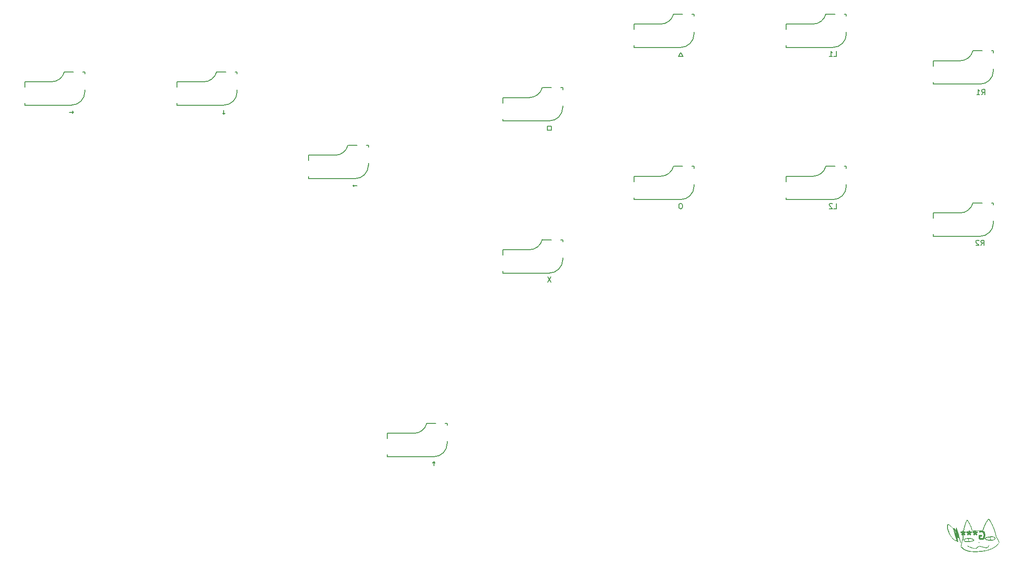
<source format=gbr>
%TF.GenerationSoftware,KiCad,Pcbnew,7.0.2*%
%TF.CreationDate,2023-09-05T17:50:18-07:00*%
%TF.ProjectId,takupcb-r2,74616b75-7063-4622-9d72-322e6b696361,rev?*%
%TF.SameCoordinates,Original*%
%TF.FileFunction,Legend,Bot*%
%TF.FilePolarity,Positive*%
%FSLAX46Y46*%
G04 Gerber Fmt 4.6, Leading zero omitted, Abs format (unit mm)*
G04 Created by KiCad (PCBNEW 7.0.2) date 2023-09-05 17:50:18*
%MOMM*%
%LPD*%
G01*
G04 APERTURE LIST*
%ADD10C,0.150000*%
%ADD11C,0.300000*%
G04 APERTURE END LIST*
D10*
%TO.C,\u2193*%
X76309999Y-68955714D02*
X76309999Y-69717619D01*
X76119523Y-69527142D02*
X76309999Y-69717619D01*
X76309999Y-69717619D02*
X76500475Y-69527142D01*
%TO.C,O*%
X163405237Y-86717619D02*
X163214761Y-86717619D01*
X163214761Y-86717619D02*
X163119523Y-86765238D01*
X163119523Y-86765238D02*
X163024285Y-86860476D01*
X163024285Y-86860476D02*
X162976666Y-87050952D01*
X162976666Y-87050952D02*
X162976666Y-87384285D01*
X162976666Y-87384285D02*
X163024285Y-87574761D01*
X163024285Y-87574761D02*
X163119523Y-87670000D01*
X163119523Y-87670000D02*
X163214761Y-87717619D01*
X163214761Y-87717619D02*
X163405237Y-87717619D01*
X163405237Y-87717619D02*
X163500475Y-87670000D01*
X163500475Y-87670000D02*
X163595713Y-87574761D01*
X163595713Y-87574761D02*
X163643332Y-87384285D01*
X163643332Y-87384285D02*
X163643332Y-87050952D01*
X163643332Y-87050952D02*
X163595713Y-86860476D01*
X163595713Y-86860476D02*
X163500475Y-86765238D01*
X163500475Y-86765238D02*
X163405237Y-86717619D01*
%TO.C,\u25A1*%
X138690951Y-71955714D02*
X137929047Y-71955714D01*
X137929047Y-71955714D02*
X137929047Y-72717619D01*
X137929047Y-72717619D02*
X138690951Y-72717619D01*
X138690951Y-72717619D02*
X138690951Y-71955714D01*
%TO.C,X*%
X138643332Y-100717619D02*
X137976666Y-101717619D01*
X137976666Y-100717619D02*
X138643332Y-101717619D01*
%TO.C,\u2190*%
X46929047Y-69336666D02*
X47690951Y-69336666D01*
X47500475Y-69527142D02*
X47690951Y-69336666D01*
X47690951Y-69336666D02*
X47500475Y-69146190D01*
%TO.C,L2*%
X192476666Y-87717619D02*
X192952856Y-87717619D01*
X192952856Y-87717619D02*
X192952856Y-86717619D01*
X192190951Y-86812857D02*
X192143332Y-86765238D01*
X192143332Y-86765238D02*
X192048094Y-86717619D01*
X192048094Y-86717619D02*
X191809999Y-86717619D01*
X191809999Y-86717619D02*
X191714761Y-86765238D01*
X191714761Y-86765238D02*
X191667142Y-86812857D01*
X191667142Y-86812857D02*
X191619523Y-86908095D01*
X191619523Y-86908095D02*
X191619523Y-87003333D01*
X191619523Y-87003333D02*
X191667142Y-87146190D01*
X191667142Y-87146190D02*
X192238570Y-87717619D01*
X192238570Y-87717619D02*
X191619523Y-87717619D01*
%TO.C,\u2191*%
X116309999Y-136717619D02*
X116309999Y-135955714D01*
X116500475Y-136146190D02*
X116309999Y-135955714D01*
X116309999Y-135955714D02*
X116119523Y-136146190D01*
%TO.C,\u2192*%
X101690951Y-83336666D02*
X100929047Y-83336666D01*
X101119523Y-83527142D02*
X100929047Y-83336666D01*
X100929047Y-83336666D02*
X101119523Y-83146190D01*
%TO.C,R1*%
X220626666Y-66002619D02*
X220959999Y-65526428D01*
X221198094Y-66002619D02*
X221198094Y-65002619D01*
X221198094Y-65002619D02*
X220817142Y-65002619D01*
X220817142Y-65002619D02*
X220721904Y-65050238D01*
X220721904Y-65050238D02*
X220674285Y-65097857D01*
X220674285Y-65097857D02*
X220626666Y-65193095D01*
X220626666Y-65193095D02*
X220626666Y-65335952D01*
X220626666Y-65335952D02*
X220674285Y-65431190D01*
X220674285Y-65431190D02*
X220721904Y-65478809D01*
X220721904Y-65478809D02*
X220817142Y-65526428D01*
X220817142Y-65526428D02*
X221198094Y-65526428D01*
X219674285Y-66002619D02*
X220245713Y-66002619D01*
X219959999Y-66002619D02*
X219959999Y-65002619D01*
X219959999Y-65002619D02*
X220055237Y-65145476D01*
X220055237Y-65145476D02*
X220150475Y-65240714D01*
X220150475Y-65240714D02*
X220245713Y-65288333D01*
%TO.C,L1*%
X192476666Y-58717619D02*
X192952856Y-58717619D01*
X192952856Y-58717619D02*
X192952856Y-57717619D01*
X191619523Y-58717619D02*
X192190951Y-58717619D01*
X191905237Y-58717619D02*
X191905237Y-57717619D01*
X191905237Y-57717619D02*
X192000475Y-57860476D01*
X192000475Y-57860476D02*
X192095713Y-57955714D01*
X192095713Y-57955714D02*
X192190951Y-58003333D01*
%TO.C,\u25B3*%
X163309999Y-57955714D02*
X162881427Y-58717619D01*
X162881427Y-58717619D02*
X163738570Y-58717619D01*
X163738570Y-58717619D02*
X163309999Y-57955714D01*
%TO.C,R2*%
X220476666Y-94717619D02*
X220809999Y-94241428D01*
X221048094Y-94717619D02*
X221048094Y-93717619D01*
X221048094Y-93717619D02*
X220667142Y-93717619D01*
X220667142Y-93717619D02*
X220571904Y-93765238D01*
X220571904Y-93765238D02*
X220524285Y-93812857D01*
X220524285Y-93812857D02*
X220476666Y-93908095D01*
X220476666Y-93908095D02*
X220476666Y-94050952D01*
X220476666Y-94050952D02*
X220524285Y-94146190D01*
X220524285Y-94146190D02*
X220571904Y-94193809D01*
X220571904Y-94193809D02*
X220667142Y-94241428D01*
X220667142Y-94241428D02*
X221048094Y-94241428D01*
X220095713Y-93812857D02*
X220048094Y-93765238D01*
X220048094Y-93765238D02*
X219952856Y-93717619D01*
X219952856Y-93717619D02*
X219714761Y-93717619D01*
X219714761Y-93717619D02*
X219619523Y-93765238D01*
X219619523Y-93765238D02*
X219571904Y-93812857D01*
X219571904Y-93812857D02*
X219524285Y-93908095D01*
X219524285Y-93908095D02*
X219524285Y-94003333D01*
X219524285Y-94003333D02*
X219571904Y-94146190D01*
X219571904Y-94146190D02*
X220143332Y-94717619D01*
X220143332Y-94717619D02*
X219524285Y-94717619D01*
D11*
%TO.C,G\u002A\u002A\u002A*%
X220321427Y-149265357D02*
X220464285Y-149193928D01*
X220464285Y-149193928D02*
X220678570Y-149193928D01*
X220678570Y-149193928D02*
X220892856Y-149265357D01*
X220892856Y-149265357D02*
X221035713Y-149408214D01*
X221035713Y-149408214D02*
X221107142Y-149551071D01*
X221107142Y-149551071D02*
X221178570Y-149836785D01*
X221178570Y-149836785D02*
X221178570Y-150051071D01*
X221178570Y-150051071D02*
X221107142Y-150336785D01*
X221107142Y-150336785D02*
X221035713Y-150479642D01*
X221035713Y-150479642D02*
X220892856Y-150622500D01*
X220892856Y-150622500D02*
X220678570Y-150693928D01*
X220678570Y-150693928D02*
X220535713Y-150693928D01*
X220535713Y-150693928D02*
X220321427Y-150622500D01*
X220321427Y-150622500D02*
X220249999Y-150551071D01*
X220249999Y-150551071D02*
X220249999Y-150051071D01*
X220249999Y-150051071D02*
X220535713Y-150051071D01*
X219392856Y-149193928D02*
X219392856Y-149551071D01*
X219749999Y-149408214D02*
X219392856Y-149551071D01*
X219392856Y-149551071D02*
X219035713Y-149408214D01*
X219607142Y-149836785D02*
X219392856Y-149551071D01*
X219392856Y-149551071D02*
X219178570Y-149836785D01*
X218249999Y-149193928D02*
X218249999Y-149551071D01*
X218607142Y-149408214D02*
X218249999Y-149551071D01*
X218249999Y-149551071D02*
X217892856Y-149408214D01*
X218464285Y-149836785D02*
X218249999Y-149551071D01*
X218249999Y-149551071D02*
X218035713Y-149836785D01*
X217107142Y-149193928D02*
X217107142Y-149551071D01*
X217464285Y-149408214D02*
X217107142Y-149551071D01*
X217107142Y-149551071D02*
X216749999Y-149408214D01*
X217321428Y-149836785D02*
X217107142Y-149551071D01*
X217107142Y-149551071D02*
X216892856Y-149836785D01*
D10*
%TO.C,\u2193*%
X67420000Y-63540000D02*
X67420000Y-64556000D01*
X67420000Y-67604000D02*
X67420000Y-67985000D01*
X67420000Y-67985000D02*
X76310000Y-67985000D01*
X72500000Y-63540000D02*
X67420000Y-63540000D01*
X76691000Y-61635000D02*
X75040000Y-61635000D01*
X78850000Y-61635000D02*
X78469000Y-61635000D01*
X78850000Y-62016000D02*
X78850000Y-61635000D01*
X78850000Y-65445000D02*
X78850000Y-65064000D01*
X72500000Y-63539999D02*
G75*
G03*
X74964161Y-61616040I0J2539999D01*
G01*
X76310000Y-67985000D02*
G75*
G03*
X78850000Y-65445000I0J2540000D01*
G01*
%TO.C,O*%
X163310000Y-85985000D02*
G75*
G03*
X165850000Y-83445000I0J2540000D01*
G01*
X159500000Y-81539999D02*
G75*
G03*
X161964161Y-79616040I0J2539999D01*
G01*
X165850000Y-83445000D02*
X165850000Y-83064000D01*
X165850000Y-80016000D02*
X165850000Y-79635000D01*
X165850000Y-79635000D02*
X165469000Y-79635000D01*
X163691000Y-79635000D02*
X162040000Y-79635000D01*
X159500000Y-81540000D02*
X154420000Y-81540000D01*
X154420000Y-85985000D02*
X163310000Y-85985000D01*
X154420000Y-85604000D02*
X154420000Y-85985000D01*
X154420000Y-81540000D02*
X154420000Y-82556000D01*
%TO.C,\u25A1*%
X129420000Y-66540000D02*
X129420000Y-67556000D01*
X129420000Y-70604000D02*
X129420000Y-70985000D01*
X129420000Y-70985000D02*
X138310000Y-70985000D01*
X134500000Y-66540000D02*
X129420000Y-66540000D01*
X138691000Y-64635000D02*
X137040000Y-64635000D01*
X140850000Y-64635000D02*
X140469000Y-64635000D01*
X140850000Y-65016000D02*
X140850000Y-64635000D01*
X140850000Y-68445000D02*
X140850000Y-68064000D01*
X134500000Y-66539999D02*
G75*
G03*
X136964161Y-64616040I0J2539999D01*
G01*
X138310000Y-70985000D02*
G75*
G03*
X140850000Y-68445000I0J2540000D01*
G01*
%TO.C,X*%
X129420000Y-95540000D02*
X129420000Y-96556000D01*
X129420000Y-99604000D02*
X129420000Y-99985000D01*
X129420000Y-99985000D02*
X138310000Y-99985000D01*
X134500000Y-95540000D02*
X129420000Y-95540000D01*
X138691000Y-93635000D02*
X137040000Y-93635000D01*
X140850000Y-93635000D02*
X140469000Y-93635000D01*
X140850000Y-94016000D02*
X140850000Y-93635000D01*
X140850000Y-97445000D02*
X140850000Y-97064000D01*
X134500000Y-95539999D02*
G75*
G03*
X136964161Y-93616040I0J2539999D01*
G01*
X138310000Y-99985000D02*
G75*
G03*
X140850000Y-97445000I0J2540000D01*
G01*
%TO.C,\u2190*%
X38420000Y-63540000D02*
X38420000Y-64556000D01*
X38420000Y-67604000D02*
X38420000Y-67985000D01*
X38420000Y-67985000D02*
X47310000Y-67985000D01*
X43500000Y-63540000D02*
X38420000Y-63540000D01*
X47691000Y-61635000D02*
X46040000Y-61635000D01*
X49850000Y-61635000D02*
X49469000Y-61635000D01*
X49850000Y-62016000D02*
X49850000Y-61635000D01*
X49850000Y-65445000D02*
X49850000Y-65064000D01*
X43500000Y-63539999D02*
G75*
G03*
X45964161Y-61616040I0J2539999D01*
G01*
X47310000Y-67985000D02*
G75*
G03*
X49850000Y-65445000I0J2540000D01*
G01*
%TO.C,L2*%
X183420000Y-81540000D02*
X183420000Y-82556000D01*
X183420000Y-85604000D02*
X183420000Y-85985000D01*
X183420000Y-85985000D02*
X192310000Y-85985000D01*
X188500000Y-81540000D02*
X183420000Y-81540000D01*
X192691000Y-79635000D02*
X191040000Y-79635000D01*
X194850000Y-79635000D02*
X194469000Y-79635000D01*
X194850000Y-80016000D02*
X194850000Y-79635000D01*
X194850000Y-83445000D02*
X194850000Y-83064000D01*
X188500000Y-81539999D02*
G75*
G03*
X190964161Y-79616040I0J2539999D01*
G01*
X192310000Y-85985000D02*
G75*
G03*
X194850000Y-83445000I0J2540000D01*
G01*
%TO.C,\u2191*%
X107420000Y-130540000D02*
X107420000Y-131556000D01*
X107420000Y-134604000D02*
X107420000Y-134985000D01*
X107420000Y-134985000D02*
X116310000Y-134985000D01*
X112500000Y-130540000D02*
X107420000Y-130540000D01*
X116691000Y-128635000D02*
X115040000Y-128635000D01*
X118850000Y-128635000D02*
X118469000Y-128635000D01*
X118850000Y-129016000D02*
X118850000Y-128635000D01*
X118850000Y-132445000D02*
X118850000Y-132064000D01*
X112500000Y-130539999D02*
G75*
G03*
X114964161Y-128616040I0J2539999D01*
G01*
X116310000Y-134985000D02*
G75*
G03*
X118850000Y-132445000I0J2540000D01*
G01*
%TO.C,\u2192*%
X92420000Y-77540000D02*
X92420000Y-78556000D01*
X92420000Y-81604000D02*
X92420000Y-81985000D01*
X92420000Y-81985000D02*
X101310000Y-81985000D01*
X97500000Y-77540000D02*
X92420000Y-77540000D01*
X101691000Y-75635000D02*
X100040000Y-75635000D01*
X103850000Y-75635000D02*
X103469000Y-75635000D01*
X103850000Y-76016000D02*
X103850000Y-75635000D01*
X103850000Y-79445000D02*
X103850000Y-79064000D01*
X97500000Y-77539999D02*
G75*
G03*
X99964161Y-75616040I0J2539999D01*
G01*
X101310000Y-81985000D02*
G75*
G03*
X103850000Y-79445000I0J2540000D01*
G01*
%TO.C,R1*%
X211420000Y-59540000D02*
X211420000Y-60556000D01*
X211420000Y-63604000D02*
X211420000Y-63985000D01*
X211420000Y-63985000D02*
X220310000Y-63985000D01*
X216500000Y-59540000D02*
X211420000Y-59540000D01*
X220691000Y-57635000D02*
X219040000Y-57635000D01*
X222850000Y-57635000D02*
X222469000Y-57635000D01*
X222850000Y-58016000D02*
X222850000Y-57635000D01*
X222850000Y-61445000D02*
X222850000Y-61064000D01*
X216500000Y-59539999D02*
G75*
G03*
X218964161Y-57616040I0J2539999D01*
G01*
X220310000Y-63985000D02*
G75*
G03*
X222850000Y-61445000I0J2540000D01*
G01*
%TO.C,L1*%
X183420000Y-52540000D02*
X183420000Y-53556000D01*
X183420000Y-56604000D02*
X183420000Y-56985000D01*
X183420000Y-56985000D02*
X192310000Y-56985000D01*
X188500000Y-52540000D02*
X183420000Y-52540000D01*
X192691000Y-50635000D02*
X191040000Y-50635000D01*
X194850000Y-50635000D02*
X194469000Y-50635000D01*
X194850000Y-51016000D02*
X194850000Y-50635000D01*
X194850000Y-54445000D02*
X194850000Y-54064000D01*
X188500000Y-52539999D02*
G75*
G03*
X190964161Y-50616040I0J2539999D01*
G01*
X192310000Y-56985000D02*
G75*
G03*
X194850000Y-54445000I0J2540000D01*
G01*
%TO.C,\u25B3*%
X154420000Y-52540000D02*
X154420000Y-53556000D01*
X154420000Y-56604000D02*
X154420000Y-56985000D01*
X154420000Y-56985000D02*
X163310000Y-56985000D01*
X159500000Y-52540000D02*
X154420000Y-52540000D01*
X163691000Y-50635000D02*
X162040000Y-50635000D01*
X165850000Y-50635000D02*
X165469000Y-50635000D01*
X165850000Y-51016000D02*
X165850000Y-50635000D01*
X165850000Y-54445000D02*
X165850000Y-54064000D01*
X159500000Y-52539999D02*
G75*
G03*
X161964161Y-50616040I0J2539999D01*
G01*
X163310000Y-56985000D02*
G75*
G03*
X165850000Y-54445000I0J2540000D01*
G01*
%TO.C,R2*%
X220310000Y-92985000D02*
G75*
G03*
X222850000Y-90445000I0J2540000D01*
G01*
X216500000Y-88539999D02*
G75*
G03*
X218964161Y-86616040I0J2539999D01*
G01*
X222850000Y-90445000D02*
X222850000Y-90064000D01*
X222850000Y-87016000D02*
X222850000Y-86635000D01*
X222850000Y-86635000D02*
X222469000Y-86635000D01*
X220691000Y-86635000D02*
X219040000Y-86635000D01*
X216500000Y-88540000D02*
X211420000Y-88540000D01*
X211420000Y-92985000D02*
X220310000Y-92985000D01*
X211420000Y-92604000D02*
X211420000Y-92985000D01*
X211420000Y-88540000D02*
X211420000Y-89556000D01*
%TO.C,G\u002A\u002A\u002A*%
G36*
X220155811Y-151278537D02*
G01*
X220167625Y-151281612D01*
X220175983Y-151287158D01*
X220183970Y-151296727D01*
X220188543Y-151308478D01*
X220190593Y-151317176D01*
X220198075Y-151330949D01*
X220206422Y-151349487D01*
X220203760Y-151370832D01*
X220188830Y-151392182D01*
X220184739Y-151396075D01*
X220171179Y-151406553D01*
X220161346Y-151410758D01*
X220148955Y-151408795D01*
X220127540Y-151402533D01*
X220102348Y-151393477D01*
X220077382Y-151383186D01*
X220056646Y-151373218D01*
X220044142Y-151365131D01*
X220040151Y-151360823D01*
X220030729Y-151340257D01*
X220031165Y-151317001D01*
X220041619Y-151295488D01*
X220044463Y-151292188D01*
X220052332Y-151285905D01*
X220063589Y-151282017D01*
X220081341Y-151279725D01*
X220108696Y-151278230D01*
X220109677Y-151278190D01*
X220137506Y-151277531D01*
X220155811Y-151278537D01*
G37*
G36*
X222058203Y-151845718D02*
G01*
X222071720Y-151853993D01*
X222087110Y-151871050D01*
X222093896Y-151890166D01*
X222091321Y-151908465D01*
X222078623Y-151923071D01*
X222074207Y-151925812D01*
X222060729Y-151930258D01*
X222046138Y-151926207D01*
X222044720Y-151925573D01*
X222033887Y-151922302D01*
X222024830Y-151924309D01*
X222015858Y-151933195D01*
X222005277Y-151950564D01*
X221991394Y-151978016D01*
X221985522Y-151990072D01*
X221972343Y-152017160D01*
X221956066Y-152050637D01*
X221938217Y-152087370D01*
X221920317Y-152124224D01*
X221910646Y-152144050D01*
X221894237Y-152176775D01*
X221880598Y-152201845D01*
X221868020Y-152221860D01*
X221854795Y-152239419D01*
X221839216Y-152257123D01*
X221819574Y-152277572D01*
X221805356Y-152291857D01*
X221781899Y-152313666D01*
X221760424Y-152330221D01*
X221736858Y-152344487D01*
X221707130Y-152359427D01*
X221703672Y-152361068D01*
X221667032Y-152377513D01*
X221635077Y-152389342D01*
X221604337Y-152397258D01*
X221571343Y-152401966D01*
X221532624Y-152404170D01*
X221484713Y-152404574D01*
X221456300Y-152404113D01*
X221405032Y-152401424D01*
X221353680Y-152396029D01*
X221300312Y-152387549D01*
X221242990Y-152375606D01*
X221179780Y-152359822D01*
X221108747Y-152339817D01*
X221027954Y-152315214D01*
X221012454Y-152310371D01*
X220971729Y-152297820D01*
X220936180Y-152287266D01*
X220903284Y-152278075D01*
X220870520Y-152269614D01*
X220835368Y-152261249D01*
X220795306Y-152252347D01*
X220747813Y-152242274D01*
X220690367Y-152230398D01*
X220686425Y-152229588D01*
X220620667Y-152215846D01*
X220564958Y-152203655D01*
X220516950Y-152192418D01*
X220474300Y-152181538D01*
X220434661Y-152170419D01*
X220395689Y-152158463D01*
X220355039Y-152145074D01*
X220340645Y-152140348D01*
X220300519Y-152129193D01*
X220260215Y-152121622D01*
X220213491Y-152116369D01*
X220137195Y-152109744D01*
X220059311Y-152165367D01*
X220052444Y-152170241D01*
X220019800Y-152192722D01*
X219986901Y-152214419D01*
X219957235Y-152233068D01*
X219934291Y-152246409D01*
X219933405Y-152246889D01*
X219899216Y-152268648D01*
X219859592Y-152299761D01*
X219813742Y-152340849D01*
X219790797Y-152361855D01*
X219735545Y-152408249D01*
X219679989Y-152449464D01*
X219626613Y-152483725D01*
X219577904Y-152509256D01*
X219551130Y-152519797D01*
X219509069Y-152532681D01*
X219463444Y-152543448D01*
X219419414Y-152550748D01*
X219416788Y-152551046D01*
X219389582Y-152552496D01*
X219353548Y-152552440D01*
X219312033Y-152551065D01*
X219268381Y-152548558D01*
X219225939Y-152545107D01*
X219188051Y-152540899D01*
X219158064Y-152536121D01*
X219138012Y-152531990D01*
X219112535Y-152526293D01*
X219087430Y-152519988D01*
X219061170Y-152512575D01*
X219032228Y-152503555D01*
X218999076Y-152492428D01*
X218960187Y-152478692D01*
X218914036Y-152461848D01*
X218859093Y-152441397D01*
X218793833Y-152416837D01*
X218784077Y-152413153D01*
X218722015Y-152389720D01*
X218653940Y-152364018D01*
X218583432Y-152337397D01*
X218514072Y-152311210D01*
X218449441Y-152286809D01*
X218393119Y-152265546D01*
X218371299Y-152257301D01*
X218308115Y-152233299D01*
X218254831Y-152212793D01*
X218209887Y-152195129D01*
X218171725Y-152179651D01*
X218138786Y-152165705D01*
X218109512Y-152152635D01*
X218082345Y-152139787D01*
X218055725Y-152126505D01*
X218028095Y-152112135D01*
X218021632Y-152108707D01*
X217981274Y-152086243D01*
X217951214Y-152066984D01*
X217930116Y-152049647D01*
X217916641Y-152032950D01*
X217909450Y-152015611D01*
X217907205Y-151996349D01*
X217907271Y-151993726D01*
X217913917Y-151972048D01*
X217928964Y-151952112D01*
X217948898Y-151937514D01*
X217970208Y-151931848D01*
X217989534Y-151934338D01*
X218018443Y-151947994D01*
X218043648Y-151972643D01*
X218054588Y-151984194D01*
X218079116Y-152003436D01*
X218112506Y-152025049D01*
X218152905Y-152047998D01*
X218198461Y-152071249D01*
X218247319Y-152093766D01*
X218297627Y-152114513D01*
X218355140Y-152136460D01*
X218427715Y-152163403D01*
X218503985Y-152191011D01*
X218582534Y-152218811D01*
X218661945Y-152246336D01*
X218740803Y-152273113D01*
X218817690Y-152298675D01*
X218891190Y-152322549D01*
X218959889Y-152344267D01*
X219022368Y-152363358D01*
X219077213Y-152379353D01*
X219123006Y-152391781D01*
X219158332Y-152400172D01*
X219179577Y-152404484D01*
X219215449Y-152410666D01*
X219248602Y-152414390D01*
X219284165Y-152416149D01*
X219327270Y-152416437D01*
X219382579Y-152414511D01*
X219436045Y-152408339D01*
X219485065Y-152397053D01*
X219531592Y-152379767D01*
X219577577Y-152355597D01*
X219624973Y-152323656D01*
X219675731Y-152283060D01*
X219731804Y-152232921D01*
X219750780Y-152215801D01*
X219799840Y-152176558D01*
X219845376Y-152147588D01*
X219851752Y-152144090D01*
X219883991Y-152125491D01*
X219918640Y-152104369D01*
X219949223Y-152084649D01*
X219955824Y-152080218D01*
X219987061Y-152059233D01*
X220019982Y-152037097D01*
X220048466Y-152017924D01*
X220096058Y-151985864D01*
X220146965Y-151986356D01*
X220160920Y-151986576D01*
X220224632Y-151990166D01*
X220285807Y-151998491D01*
X220348833Y-152012295D01*
X220418099Y-152032323D01*
X220443593Y-152040291D01*
X220469515Y-152048077D01*
X220495420Y-152055421D01*
X220522867Y-152062698D01*
X220553415Y-152070283D01*
X220588620Y-152078551D01*
X220630042Y-152087878D01*
X220679239Y-152098637D01*
X220737769Y-152111204D01*
X220807190Y-152125954D01*
X220823014Y-152129416D01*
X220871679Y-152141035D01*
X220924895Y-152154862D01*
X220977230Y-152169455D01*
X221023252Y-152183369D01*
X221041934Y-152189303D01*
X221122363Y-152214115D01*
X221193117Y-152234513D01*
X221255904Y-152250850D01*
X221312432Y-152263478D01*
X221364411Y-152272751D01*
X221413548Y-152279021D01*
X221461552Y-152282642D01*
X221510132Y-152283967D01*
X221518999Y-152284016D01*
X221553251Y-152284004D01*
X221578385Y-152283314D01*
X221597350Y-152281556D01*
X221613100Y-152278343D01*
X221628586Y-152273286D01*
X221646760Y-152265997D01*
X221651322Y-152264065D01*
X221673934Y-152253034D01*
X221694313Y-152239705D01*
X221715886Y-152221566D01*
X221742081Y-152196104D01*
X221762624Y-152174656D01*
X221781652Y-152152340D01*
X221798248Y-152129047D01*
X221814916Y-152101218D01*
X221834159Y-152065297D01*
X221835347Y-152063010D01*
X221870511Y-151998206D01*
X221902614Y-151945110D01*
X221932144Y-151903246D01*
X221959586Y-151872137D01*
X221985426Y-151851306D01*
X222010152Y-151840277D01*
X222034249Y-151838573D01*
X222058203Y-151845718D01*
G37*
G36*
X219165406Y-150923616D02*
G01*
X219148084Y-150962799D01*
X219119461Y-151001065D01*
X219092453Y-151026321D01*
X219055751Y-151050271D01*
X219010828Y-151069977D01*
X218955516Y-151086569D01*
X218936169Y-151091616D01*
X218904434Y-151100236D01*
X218866359Y-151110828D01*
X218861186Y-151112293D01*
X218825131Y-151122503D01*
X218783938Y-151134374D01*
X218754446Y-151142870D01*
X218680983Y-151163091D01*
X218615896Y-151179396D01*
X218556667Y-151192350D01*
X218500782Y-151202520D01*
X218445724Y-151210471D01*
X218439989Y-151211205D01*
X218402047Y-151216303D01*
X218357550Y-151222591D01*
X218311576Y-151229342D01*
X218269202Y-151235824D01*
X218251175Y-151238655D01*
X218216926Y-151244033D01*
X218187116Y-151248714D01*
X218164452Y-151252272D01*
X218151638Y-151254284D01*
X218149871Y-151254504D01*
X218134661Y-151255261D01*
X218108945Y-151255659D01*
X218074521Y-151255730D01*
X218033188Y-151255505D01*
X217986743Y-151255016D01*
X217936987Y-151254296D01*
X217885717Y-151253374D01*
X217834731Y-151252284D01*
X217785828Y-151251056D01*
X217740807Y-151249723D01*
X217701467Y-151248315D01*
X217669604Y-151246866D01*
X217647020Y-151245405D01*
X217627409Y-151243511D01*
X217551036Y-151230947D01*
X217481991Y-151211001D01*
X217421285Y-151184098D01*
X217369930Y-151150666D01*
X217328934Y-151111130D01*
X217315431Y-151094538D01*
X217282883Y-151049442D01*
X217254865Y-151001456D01*
X217228415Y-150945707D01*
X217216919Y-150916156D01*
X217207021Y-150875761D01*
X217337184Y-150875761D01*
X217366268Y-150927469D01*
X217392208Y-150969879D01*
X217415992Y-151003579D01*
X217439098Y-151030051D01*
X217463003Y-151050772D01*
X217489186Y-151067225D01*
X217519122Y-151080888D01*
X217554290Y-151093242D01*
X217563356Y-151096005D01*
X217578466Y-151099873D01*
X217595152Y-151102954D01*
X217615272Y-151105415D01*
X217640679Y-151107424D01*
X217673228Y-151109147D01*
X217714775Y-151110751D01*
X217767175Y-151112403D01*
X217797612Y-151113271D01*
X217850614Y-151114645D01*
X217903499Y-151115862D01*
X217953121Y-151116857D01*
X217996333Y-151117564D01*
X218029989Y-151117916D01*
X218062641Y-151117999D01*
X218089556Y-151117680D01*
X218107051Y-151116746D01*
X218116880Y-151115012D01*
X218120796Y-151112293D01*
X218120552Y-151108407D01*
X218120389Y-151107978D01*
X218112161Y-151081691D01*
X218103535Y-151046138D01*
X218095181Y-151004644D01*
X218087771Y-150960536D01*
X218081975Y-150917142D01*
X218081524Y-150913128D01*
X218078020Y-150879132D01*
X218074324Y-150839130D01*
X218070639Y-150795789D01*
X218067169Y-150751773D01*
X218064116Y-150709748D01*
X218061684Y-150672377D01*
X218060075Y-150642327D01*
X218059494Y-150622261D01*
X218059325Y-150615314D01*
X218056751Y-150607391D01*
X218048335Y-150604257D01*
X218030647Y-150603702D01*
X218161970Y-150603702D01*
X218164845Y-150624355D01*
X218165165Y-150626676D01*
X218167219Y-150641684D01*
X218170664Y-150666969D01*
X218175260Y-150700770D01*
X218180770Y-150741325D01*
X218186952Y-150786872D01*
X218193569Y-150835651D01*
X218195377Y-150848870D01*
X218202369Y-150897983D01*
X218209338Y-150944065D01*
X218215968Y-150985199D01*
X218221941Y-151019470D01*
X218226941Y-151044965D01*
X218230651Y-151059767D01*
X218236318Y-151076148D01*
X218242484Y-151091360D01*
X218246946Y-151097553D01*
X218250750Y-151096643D01*
X218251277Y-151096405D01*
X218260752Y-151094513D01*
X218280477Y-151091430D01*
X218308526Y-151087435D01*
X218342973Y-151082803D01*
X218381893Y-151077811D01*
X218425637Y-151072142D01*
X218475313Y-151064988D01*
X218520283Y-151057412D01*
X218563910Y-151048731D01*
X218609560Y-151038263D01*
X218660598Y-151025327D01*
X218720390Y-151009242D01*
X218721973Y-151008808D01*
X218763975Y-150997349D01*
X218810248Y-150984796D01*
X218855286Y-150972639D01*
X218893579Y-150962369D01*
X218932240Y-150951536D01*
X218972365Y-150938520D01*
X219001604Y-150926409D01*
X219020929Y-150914789D01*
X219031312Y-150903239D01*
X219032825Y-150897977D01*
X219030665Y-150890223D01*
X219022914Y-150879293D01*
X219008275Y-150863423D01*
X218985452Y-150840850D01*
X218965709Y-150822126D01*
X218922771Y-150785139D01*
X218882257Y-150756609D01*
X218841216Y-150734863D01*
X218796697Y-150718226D01*
X218745747Y-150705028D01*
X218721713Y-150699070D01*
X218685480Y-150688571D01*
X218646782Y-150676086D01*
X218610743Y-150663200D01*
X218579850Y-150652182D01*
X218545837Y-150641480D01*
X218515321Y-150633251D01*
X218492422Y-150628696D01*
X218476561Y-150626611D01*
X218446324Y-150622610D01*
X218411618Y-150617995D01*
X218377233Y-150613401D01*
X218358181Y-150611115D01*
X218315579Y-150607273D01*
X218271546Y-150604630D01*
X218233061Y-150603658D01*
X218161970Y-150603702D01*
X218030647Y-150603702D01*
X218007309Y-150604480D01*
X217964333Y-150608230D01*
X217913108Y-150614688D01*
X217856002Y-150623412D01*
X217795384Y-150633960D01*
X217733622Y-150645889D01*
X217673086Y-150658757D01*
X217616144Y-150672122D01*
X217565164Y-150685541D01*
X217522516Y-150698573D01*
X217511636Y-150702286D01*
X217476076Y-150715562D01*
X217451044Y-150727440D01*
X217435026Y-150738937D01*
X217426511Y-150751073D01*
X217423985Y-150764864D01*
X217420907Y-150779695D01*
X217408792Y-150802505D01*
X217389478Y-150826387D01*
X217365103Y-150848312D01*
X217351645Y-150859231D01*
X217340529Y-150869938D01*
X217337184Y-150875761D01*
X217207021Y-150875761D01*
X217206148Y-150872200D01*
X217205971Y-150835186D01*
X217216368Y-150805160D01*
X217237318Y-150782168D01*
X217268802Y-150766255D01*
X217310799Y-150757466D01*
X217350938Y-150753039D01*
X217354158Y-150716908D01*
X217360002Y-150688119D01*
X217375640Y-150657762D01*
X217401476Y-150631036D01*
X217438328Y-150607130D01*
X217487016Y-150585233D01*
X217509228Y-150577657D01*
X217542014Y-150567881D01*
X217582562Y-150556673D01*
X217628502Y-150544627D01*
X217677464Y-150532336D01*
X217727079Y-150520396D01*
X217774977Y-150509401D01*
X217818788Y-150499946D01*
X217856142Y-150492625D01*
X217871503Y-150490232D01*
X217906900Y-150486264D01*
X217951089Y-150482647D01*
X218001687Y-150479463D01*
X218056309Y-150476793D01*
X218112572Y-150474720D01*
X218168092Y-150473326D01*
X218220484Y-150472692D01*
X218267366Y-150472900D01*
X218306352Y-150474033D01*
X218335059Y-150476171D01*
X218360992Y-150479193D01*
X218400416Y-150483750D01*
X218442394Y-150488569D01*
X218481326Y-150493007D01*
X218507102Y-150496133D01*
X218541168Y-150501451D01*
X218570789Y-150508248D01*
X218601046Y-150517770D01*
X218637018Y-150531268D01*
X218663162Y-150540919D01*
X218701871Y-150553615D01*
X218739685Y-150564479D01*
X218771228Y-150571883D01*
X218781441Y-150573916D01*
X218844654Y-150590083D01*
X218900934Y-150611884D01*
X218954491Y-150641229D01*
X219009532Y-150680026D01*
X219018948Y-150687482D01*
X219046981Y-150711416D01*
X219075961Y-150738277D01*
X219103729Y-150765873D01*
X219128127Y-150792009D01*
X219146997Y-150814492D01*
X219158182Y-150831129D01*
X219165031Y-150847403D01*
X219171148Y-150884742D01*
X219169193Y-150897977D01*
X219165406Y-150923616D01*
G37*
G36*
X223279477Y-150591746D02*
G01*
X223276976Y-150621953D01*
X223272626Y-150634203D01*
X223254323Y-150660809D01*
X223226763Y-150681229D01*
X223191791Y-150694332D01*
X223151251Y-150698988D01*
X223124243Y-150699024D01*
X223124243Y-150731051D01*
X223121769Y-150758140D01*
X223111193Y-150787759D01*
X223091268Y-150814172D01*
X223060884Y-150838766D01*
X223027677Y-150857893D01*
X223018935Y-150862928D01*
X223008300Y-150868094D01*
X222986564Y-150877334D01*
X222960787Y-150886560D01*
X222929284Y-150896276D01*
X222890372Y-150906987D01*
X222842368Y-150919196D01*
X222783587Y-150933407D01*
X222768104Y-150937076D01*
X222707679Y-150951109D01*
X222656595Y-150962319D01*
X222612463Y-150971075D01*
X222572896Y-150977751D01*
X222535505Y-150982715D01*
X222497903Y-150986340D01*
X222457700Y-150988997D01*
X222412509Y-150991056D01*
X222392852Y-150991808D01*
X222327385Y-150994088D01*
X222271974Y-150995541D01*
X222224547Y-150996133D01*
X222183033Y-150995831D01*
X222145363Y-150994602D01*
X222109464Y-150992413D01*
X222073266Y-150989231D01*
X222034698Y-150985023D01*
X222030474Y-150984528D01*
X221977513Y-150978178D01*
X221934831Y-150972620D01*
X221900218Y-150967396D01*
X221871465Y-150962045D01*
X221846364Y-150956109D01*
X221822706Y-150949130D01*
X221798282Y-150940647D01*
X221770883Y-150930202D01*
X221746938Y-150921413D01*
X221706590Y-150908349D01*
X221665990Y-150896908D01*
X221631078Y-150888846D01*
X221563469Y-150871224D01*
X221487512Y-150839680D01*
X221417353Y-150797306D01*
X221397892Y-150782600D01*
X221368211Y-150757965D01*
X221336919Y-150730004D01*
X221306344Y-150700944D01*
X221278812Y-150673016D01*
X221256648Y-150648447D01*
X221242179Y-150629466D01*
X221241075Y-150627698D01*
X221227049Y-150593381D01*
X221224039Y-150556756D01*
X221363973Y-150556756D01*
X221366490Y-150561467D01*
X221377030Y-150573545D01*
X221393941Y-150590483D01*
X221415215Y-150610451D01*
X221438844Y-150631621D01*
X221462820Y-150652165D01*
X221485134Y-150670253D01*
X221503777Y-150684056D01*
X221504743Y-150684717D01*
X221532790Y-150702634D01*
X221560192Y-150717066D01*
X221590250Y-150729371D01*
X221626265Y-150740907D01*
X221671539Y-150753029D01*
X221704833Y-150762044D01*
X221746843Y-150774691D01*
X221787325Y-150788048D01*
X221820838Y-150800389D01*
X221835266Y-150806052D01*
X221858162Y-150814360D01*
X221879933Y-150820952D01*
X221903332Y-150826436D01*
X221931113Y-150831420D01*
X221966028Y-150836511D01*
X222010831Y-150842318D01*
X222046778Y-150846502D01*
X222092731Y-150851045D01*
X222137171Y-150854654D01*
X222176410Y-150857034D01*
X222206759Y-150857893D01*
X222278741Y-150857893D01*
X222275741Y-150840417D01*
X222275260Y-150837330D01*
X222273080Y-150821909D01*
X222269595Y-150796307D01*
X222265030Y-150762216D01*
X222259610Y-150721330D01*
X222253564Y-150675342D01*
X222247115Y-150625944D01*
X222244799Y-150608329D01*
X222234830Y-150536992D01*
X222225280Y-150475970D01*
X222216239Y-150425736D01*
X222207799Y-150386764D01*
X222200049Y-150359526D01*
X222193082Y-150344495D01*
X222187257Y-150344416D01*
X222172133Y-150346046D01*
X222151183Y-150349071D01*
X222150354Y-150349202D01*
X222127671Y-150352488D01*
X222096546Y-150356637D01*
X222060972Y-150361129D01*
X222024942Y-150365447D01*
X221989298Y-150369983D01*
X221947815Y-150376009D01*
X221908637Y-150382386D01*
X221876935Y-150388315D01*
X221872846Y-150389183D01*
X221849059Y-150394679D01*
X221816945Y-150402589D01*
X221778223Y-150412449D01*
X221734612Y-150423792D01*
X221687833Y-150436153D01*
X221639604Y-150449068D01*
X221591646Y-150462069D01*
X221545677Y-150474692D01*
X221503418Y-150486472D01*
X221466589Y-150496942D01*
X221436908Y-150505637D01*
X221416095Y-150512091D01*
X221405870Y-150515840D01*
X221397877Y-150520471D01*
X221381400Y-150533045D01*
X221368919Y-150546292D01*
X221363973Y-150556756D01*
X221224039Y-150556756D01*
X221223991Y-150556173D01*
X221231127Y-150517854D01*
X221247688Y-150480207D01*
X221272903Y-150445013D01*
X221305999Y-150414053D01*
X221346207Y-150389110D01*
X221352218Y-150386340D01*
X221376481Y-150376785D01*
X221408426Y-150365754D01*
X221444597Y-150354403D01*
X221481536Y-150343887D01*
X221485132Y-150342920D01*
X221528533Y-150331090D01*
X221552045Y-150324565D01*
X222319231Y-150324565D01*
X222334146Y-150376060D01*
X222338727Y-150393551D01*
X222346153Y-150427566D01*
X222353080Y-150465299D01*
X222358456Y-150501330D01*
X222358655Y-150502910D01*
X222361427Y-150527493D01*
X222364733Y-150560499D01*
X222368377Y-150599587D01*
X222372166Y-150642413D01*
X222375906Y-150686637D01*
X222379403Y-150729918D01*
X222382463Y-150769913D01*
X222384892Y-150804282D01*
X222386495Y-150830682D01*
X222387079Y-150846772D01*
X222388161Y-150851864D01*
X222393873Y-150855579D01*
X222406924Y-150857154D01*
X222429985Y-150857239D01*
X222434277Y-150857153D01*
X222473678Y-150854879D01*
X222519547Y-150850051D01*
X222570422Y-150843006D01*
X222624835Y-150834085D01*
X222681322Y-150823623D01*
X222738419Y-150811961D01*
X222794661Y-150799437D01*
X222848582Y-150786388D01*
X222898717Y-150773153D01*
X222943602Y-150760071D01*
X222981772Y-150747480D01*
X223011762Y-150735718D01*
X223032106Y-150725123D01*
X223041340Y-150716035D01*
X223042256Y-150713580D01*
X223047765Y-150696730D01*
X223053505Y-150676782D01*
X223063182Y-150653687D01*
X223084780Y-150625511D01*
X223117995Y-150596234D01*
X223140130Y-150579234D01*
X223115234Y-150531273D01*
X223098307Y-150501276D01*
X223077742Y-150468539D01*
X223058041Y-150440242D01*
X223042776Y-150420831D01*
X223025082Y-150402496D01*
X223005287Y-150388092D01*
X222978632Y-150373624D01*
X222964161Y-150366519D01*
X222943973Y-150357347D01*
X222924311Y-150349787D01*
X222903705Y-150343638D01*
X222880684Y-150338698D01*
X222853778Y-150334768D01*
X222821517Y-150331645D01*
X222782430Y-150329130D01*
X222735046Y-150327022D01*
X222677895Y-150325119D01*
X222609507Y-150323222D01*
X222607827Y-150323178D01*
X222552968Y-150321858D01*
X222501227Y-150320839D01*
X222454203Y-150320133D01*
X222413492Y-150319757D01*
X222380693Y-150319726D01*
X222357402Y-150320054D01*
X222345217Y-150320756D01*
X222319231Y-150324565D01*
X221552045Y-150324565D01*
X221576292Y-150317836D01*
X221622861Y-150304709D01*
X221662687Y-150293261D01*
X221749248Y-150269444D01*
X221835844Y-150249122D01*
X221922614Y-150232727D01*
X222015336Y-150219045D01*
X222038507Y-150215964D01*
X222085346Y-150209454D01*
X222132891Y-150202535D01*
X222176700Y-150195861D01*
X222212334Y-150190085D01*
X222231131Y-150187122D01*
X222272701Y-150182069D01*
X222319148Y-150178413D01*
X222371767Y-150176126D01*
X222431854Y-150175179D01*
X222500704Y-150175545D01*
X222579613Y-150177194D01*
X222669877Y-150180100D01*
X222732981Y-150182847D01*
X222797657Y-150187031D01*
X222853087Y-150192553D01*
X222901142Y-150199761D01*
X222943691Y-150209005D01*
X222982602Y-150220635D01*
X223019747Y-150234999D01*
X223056992Y-150252447D01*
X223089869Y-150273503D01*
X223123514Y-150303202D01*
X223156554Y-150339537D01*
X223187871Y-150380631D01*
X223216347Y-150424605D01*
X223240863Y-150469581D01*
X223260303Y-150513682D01*
X223273546Y-150555030D01*
X223277456Y-150579234D01*
X223279477Y-150591746D01*
G37*
G36*
X216087040Y-149177057D02*
G01*
X216088417Y-149181286D01*
X216117591Y-149270911D01*
X216143178Y-149349646D01*
X216165539Y-149418628D01*
X216185031Y-149478993D01*
X216202013Y-149531878D01*
X216216844Y-149578419D01*
X216229883Y-149619754D01*
X216241487Y-149657018D01*
X216252016Y-149691349D01*
X216261828Y-149723882D01*
X216271282Y-149755755D01*
X216280736Y-149788104D01*
X216290549Y-149822066D01*
X216305006Y-149873560D01*
X216323225Y-149941051D01*
X216343555Y-150018658D01*
X216365693Y-150105175D01*
X216389337Y-150199393D01*
X216414183Y-150300105D01*
X216439929Y-150406102D01*
X216466273Y-150516177D01*
X216492910Y-150629121D01*
X216493040Y-150629680D01*
X216507425Y-150691009D01*
X216523384Y-150758864D01*
X216540027Y-150829466D01*
X216556461Y-150899033D01*
X216571793Y-150963785D01*
X216585133Y-151019939D01*
X216590552Y-151042720D01*
X216605284Y-151105036D01*
X216617180Y-151156533D01*
X216626357Y-151198371D01*
X216632931Y-151231708D01*
X216637021Y-151257703D01*
X216638744Y-151277512D01*
X216638216Y-151292295D01*
X216635555Y-151303210D01*
X216630879Y-151311414D01*
X216624305Y-151318067D01*
X216615949Y-151324327D01*
X216605661Y-151330197D01*
X216583305Y-151333708D01*
X216561044Y-151324510D01*
X216554205Y-151318169D01*
X216541924Y-151301577D01*
X216529726Y-151280382D01*
X216519462Y-151258300D01*
X216512985Y-151239050D01*
X216512147Y-151226350D01*
X216512326Y-151225218D01*
X216511094Y-151213244D01*
X216506853Y-151191555D01*
X216500068Y-151162187D01*
X216491203Y-151127172D01*
X216480720Y-151088544D01*
X216478875Y-151081909D01*
X216468901Y-151044907D01*
X216456702Y-150998203D01*
X216442832Y-150943990D01*
X216427842Y-150884456D01*
X216412286Y-150821794D01*
X216396715Y-150758194D01*
X216381683Y-150695846D01*
X216368405Y-150640490D01*
X216348222Y-150556950D01*
X216326728Y-150468599D01*
X216304252Y-150376759D01*
X216281124Y-150282749D01*
X216257673Y-150187891D01*
X216234230Y-150093505D01*
X216211123Y-150000911D01*
X216188684Y-149911430D01*
X216167241Y-149826382D01*
X216147125Y-149747088D01*
X216128664Y-149674868D01*
X216112190Y-149611043D01*
X216098031Y-149556934D01*
X216086518Y-149513860D01*
X216078804Y-149485694D01*
X216064616Y-149434960D01*
X216050291Y-149384960D01*
X216036269Y-149337131D01*
X216022992Y-149292916D01*
X216010900Y-149253752D01*
X216000434Y-149221079D01*
X215992035Y-149196337D01*
X215986142Y-149180965D01*
X215983198Y-149176404D01*
X215983006Y-149176591D01*
X215982592Y-149177233D01*
X215982408Y-149178727D01*
X215982594Y-149181849D01*
X215983292Y-149187376D01*
X215984646Y-149196082D01*
X215986797Y-149208743D01*
X215989886Y-149226135D01*
X215994056Y-149249035D01*
X215999450Y-149278216D01*
X216006208Y-149314457D01*
X216014473Y-149358531D01*
X216024387Y-149411216D01*
X216036092Y-149473286D01*
X216049731Y-149545517D01*
X216065444Y-149628686D01*
X216083374Y-149723567D01*
X216090462Y-149761048D01*
X216106858Y-149847524D01*
X216121283Y-149923159D01*
X216133980Y-149989140D01*
X216145192Y-150046654D01*
X216155162Y-150096888D01*
X216164135Y-150141028D01*
X216172352Y-150180262D01*
X216180058Y-150215776D01*
X216187496Y-150248757D01*
X216194909Y-150280393D01*
X216202540Y-150311869D01*
X216210633Y-150344374D01*
X216212121Y-150350322D01*
X216221997Y-150392887D01*
X216227680Y-150425693D01*
X216229131Y-150450747D01*
X216226312Y-150470058D01*
X216219186Y-150485634D01*
X216207715Y-150499484D01*
X216205765Y-150501418D01*
X216190666Y-150514081D01*
X216175759Y-150519772D01*
X216154653Y-150521090D01*
X216150134Y-150520987D01*
X216117921Y-150513799D01*
X216086682Y-150494938D01*
X216055540Y-150463896D01*
X216049437Y-150456212D01*
X216033921Y-150432847D01*
X216017708Y-150402860D01*
X216000567Y-150365610D01*
X215982270Y-150320453D01*
X215962586Y-150266747D01*
X215941286Y-150203849D01*
X215918140Y-150131117D01*
X215892919Y-150047907D01*
X215865393Y-149953577D01*
X215835333Y-149847485D01*
X215829352Y-149826128D01*
X215800382Y-149722916D01*
X215774411Y-149630889D01*
X215751166Y-149549141D01*
X215730371Y-149476765D01*
X215711754Y-149412855D01*
X215695039Y-149356506D01*
X215679951Y-149306810D01*
X215666217Y-149262862D01*
X215653562Y-149223755D01*
X215641712Y-149188584D01*
X215630392Y-149156443D01*
X215619327Y-149126424D01*
X215608244Y-149097623D01*
X215595353Y-149065951D01*
X215576448Y-149022581D01*
X215556097Y-148978697D01*
X215535209Y-148936047D01*
X215514695Y-148896377D01*
X215495464Y-148861435D01*
X215478426Y-148832969D01*
X215464491Y-148812725D01*
X215454567Y-148802452D01*
X215451809Y-148802474D01*
X215448711Y-148811685D01*
X215447833Y-148831705D01*
X215449092Y-148861459D01*
X215452408Y-148899873D01*
X215457698Y-148945870D01*
X215464881Y-148998376D01*
X215473875Y-149056317D01*
X215476093Y-149069673D01*
X215482214Y-149102881D01*
X215488649Y-149129330D01*
X215496811Y-149153409D01*
X215508111Y-149179505D01*
X215523960Y-149212009D01*
X215526811Y-149217736D01*
X215547075Y-149259700D01*
X215570740Y-149310442D01*
X215596654Y-149367364D01*
X215623665Y-149427864D01*
X215650620Y-149489344D01*
X215676370Y-149549204D01*
X215699761Y-149604844D01*
X215719641Y-149653665D01*
X215779899Y-149811467D01*
X215850134Y-150013092D01*
X215917511Y-150226636D01*
X215982068Y-150452223D01*
X216043843Y-150689977D01*
X216099220Y-150924556D01*
X216102872Y-150940025D01*
X216108415Y-150965007D01*
X216122137Y-151031327D01*
X216131856Y-151086568D01*
X216137649Y-151131439D01*
X216139592Y-151166648D01*
X216137762Y-151192905D01*
X216132237Y-151210920D01*
X216129850Y-151215286D01*
X216109065Y-151241404D01*
X216083318Y-151257931D01*
X216054851Y-151263869D01*
X216025909Y-151258218D01*
X216018448Y-151254615D01*
X215999588Y-151238897D01*
X215984555Y-151214189D01*
X215972116Y-151178668D01*
X215971782Y-151177478D01*
X215963788Y-151151698D01*
X215953224Y-151120948D01*
X215942285Y-151091626D01*
X215923022Y-151042571D01*
X215898491Y-151055086D01*
X215890161Y-151058915D01*
X215854972Y-151067591D01*
X215813858Y-151066972D01*
X215766600Y-151056953D01*
X215712976Y-151037431D01*
X215652768Y-151008304D01*
X215585754Y-150969467D01*
X215511716Y-150920817D01*
X215430432Y-150862252D01*
X215341682Y-150793667D01*
X215261239Y-150725805D01*
X215172389Y-150642705D01*
X215081697Y-150550029D01*
X214990227Y-150449080D01*
X214899042Y-150341161D01*
X214809204Y-150227575D01*
X214721777Y-150109626D01*
X214637822Y-149988617D01*
X214558403Y-149865851D01*
X214484582Y-149742632D01*
X214455228Y-149690434D01*
X214409040Y-149604112D01*
X214363205Y-149513675D01*
X214318677Y-149421224D01*
X214276407Y-149328860D01*
X214237348Y-149238684D01*
X214202453Y-149152798D01*
X214172674Y-149073304D01*
X214148965Y-149002301D01*
X214128175Y-148932720D01*
X214095654Y-148813452D01*
X214068176Y-148698230D01*
X214045804Y-148587788D01*
X214028602Y-148482856D01*
X214016635Y-148384168D01*
X214009966Y-148292455D01*
X214009248Y-148246314D01*
X214171135Y-148246314D01*
X214173872Y-148311729D01*
X214179919Y-148382376D01*
X214199470Y-148525858D01*
X214228830Y-148678941D01*
X214267053Y-148836717D01*
X214313546Y-148997617D01*
X214367716Y-149160069D01*
X214428970Y-149322503D01*
X214496715Y-149483349D01*
X214570357Y-149641036D01*
X214649305Y-149793993D01*
X214732964Y-149940649D01*
X214820742Y-150079434D01*
X214830274Y-150093663D01*
X214928653Y-150234068D01*
X215027339Y-150363247D01*
X215126110Y-150480962D01*
X215224743Y-150586971D01*
X215323016Y-150681034D01*
X215420705Y-150762910D01*
X215517588Y-150832359D01*
X215566818Y-150863391D01*
X215609681Y-150887542D01*
X215648687Y-150906080D01*
X215686631Y-150920463D01*
X215704066Y-150925432D01*
X215733536Y-150931251D01*
X215765173Y-150935180D01*
X215796528Y-150937163D01*
X215825156Y-150937147D01*
X215848609Y-150935077D01*
X215864441Y-150930898D01*
X215870205Y-150924556D01*
X215869830Y-150922717D01*
X215865919Y-150910797D01*
X215858436Y-150890266D01*
X215848221Y-150863400D01*
X215836118Y-150832474D01*
X215820351Y-150792239D01*
X215789578Y-150711475D01*
X215756879Y-150623124D01*
X215722998Y-150529339D01*
X215688677Y-150432272D01*
X215654657Y-150334076D01*
X215621682Y-150236904D01*
X215590493Y-150142908D01*
X215561833Y-150054240D01*
X215536445Y-149973054D01*
X215515069Y-149901501D01*
X215510981Y-149887345D01*
X215477328Y-149767581D01*
X215445118Y-149647284D01*
X215414853Y-149528525D01*
X215387036Y-149413378D01*
X215362170Y-149303915D01*
X215340756Y-149202209D01*
X215323297Y-149110332D01*
X215301300Y-148986414D01*
X215256180Y-148903802D01*
X215254612Y-148900937D01*
X215185977Y-148784682D01*
X215109994Y-148672345D01*
X215027726Y-148565018D01*
X214940237Y-148463794D01*
X214848590Y-148369764D01*
X214753847Y-148284021D01*
X214657073Y-148207658D01*
X214559329Y-148141767D01*
X214461680Y-148087440D01*
X214425747Y-148070352D01*
X214370489Y-148047159D01*
X214321011Y-148030354D01*
X214278415Y-148020238D01*
X214243806Y-148017111D01*
X214218287Y-148021274D01*
X214218083Y-148021353D01*
X214203261Y-148033754D01*
X214191092Y-148057565D01*
X214181686Y-148091756D01*
X214175151Y-148135298D01*
X214171597Y-148187160D01*
X214171135Y-148246314D01*
X214009248Y-148246314D01*
X214008659Y-148208451D01*
X214012778Y-148132886D01*
X214022387Y-148066493D01*
X214037550Y-148010005D01*
X214058331Y-147964153D01*
X214070748Y-147945835D01*
X214099078Y-147915288D01*
X214132010Y-147890154D01*
X214165504Y-147873838D01*
X214204664Y-147865763D01*
X214255312Y-147866276D01*
X214311815Y-147876874D01*
X214373531Y-147897299D01*
X214439818Y-147927293D01*
X214510036Y-147966601D01*
X214583542Y-148014963D01*
X214659694Y-148072122D01*
X214663183Y-148074931D01*
X214689331Y-148097374D01*
X214721976Y-148127194D01*
X214759360Y-148162640D01*
X214799723Y-148201963D01*
X214841303Y-148243410D01*
X214882342Y-148285230D01*
X214921080Y-148325673D01*
X214955756Y-148362987D01*
X214984611Y-148395421D01*
X215009934Y-148425133D01*
X215047682Y-148470460D01*
X215086669Y-148518313D01*
X215125300Y-148566669D01*
X215161981Y-148613508D01*
X215195117Y-148656810D01*
X215223114Y-148694552D01*
X215244378Y-148724713D01*
X215260059Y-148747428D01*
X215274533Y-148767391D01*
X215285176Y-148780952D01*
X215290405Y-148786005D01*
X215290847Y-148785936D01*
X215293915Y-148779317D01*
X215295171Y-148765151D01*
X215295178Y-148763755D01*
X215300292Y-148725997D01*
X215313761Y-148690296D01*
X215333886Y-148659290D01*
X215358970Y-148635620D01*
X215387315Y-148621923D01*
X215414607Y-148618128D01*
X215442867Y-148622331D01*
X215471284Y-148635566D01*
X215500627Y-148658442D01*
X215531666Y-148691563D01*
X215565169Y-148735535D01*
X215601906Y-148790963D01*
X215605025Y-148795953D01*
X215635541Y-148847616D01*
X215668206Y-148907364D01*
X215701245Y-148971646D01*
X215732877Y-149036911D01*
X215761325Y-149099610D01*
X215784811Y-149156192D01*
X215790527Y-149170770D01*
X215801884Y-149199248D01*
X215811196Y-149221933D01*
X215817624Y-149236803D01*
X215820328Y-149241834D01*
X215820250Y-149239773D01*
X215818533Y-149227285D01*
X215815027Y-149205034D01*
X215810022Y-149174797D01*
X215808241Y-149164348D01*
X215975131Y-149164348D01*
X215978308Y-149167525D01*
X215981486Y-149164348D01*
X215978308Y-149161170D01*
X215975131Y-149164348D01*
X215808241Y-149164348D01*
X215803810Y-149138352D01*
X215796683Y-149097476D01*
X215785879Y-149035355D01*
X215770352Y-148942226D01*
X215757684Y-148860520D01*
X215747817Y-148789652D01*
X215740695Y-148729037D01*
X215736261Y-148678089D01*
X215734458Y-148636223D01*
X215735228Y-148602854D01*
X215738515Y-148577397D01*
X215744262Y-148559266D01*
X215746564Y-148554709D01*
X215765834Y-148530679D01*
X215791904Y-148517340D01*
X215824413Y-148514895D01*
X215827372Y-148515187D01*
X215856345Y-148523254D01*
X215879505Y-148541132D01*
X215898676Y-148570177D01*
X215902406Y-148579360D01*
X215909538Y-148600119D01*
X215918966Y-148629616D01*
X215930089Y-148665926D01*
X215942311Y-148707125D01*
X215955032Y-148751288D01*
X215957178Y-148758813D01*
X215970101Y-148802978D01*
X215986137Y-148856329D01*
X216004546Y-148916473D01*
X216024583Y-148981013D01*
X216045506Y-149047554D01*
X216066573Y-149113701D01*
X216082934Y-149164348D01*
X216087040Y-149177057D01*
G37*
G36*
X223978550Y-151327828D02*
G01*
X223978811Y-151328122D01*
X223987832Y-151344643D01*
X223989244Y-151367313D01*
X223987493Y-151372922D01*
X223978426Y-151388983D01*
X223962679Y-151412035D01*
X223941408Y-151440547D01*
X223915769Y-151472991D01*
X223886918Y-151507837D01*
X223856010Y-151543557D01*
X223835126Y-151568276D01*
X223805997Y-151605692D01*
X223778452Y-151644012D01*
X223756173Y-151678270D01*
X223736527Y-151710158D01*
X223710272Y-151749395D01*
X223684625Y-151782447D01*
X223656799Y-151812507D01*
X223624011Y-151842773D01*
X223583476Y-151876440D01*
X223564122Y-151892340D01*
X223529578Y-151921813D01*
X223491638Y-151955202D01*
X223453706Y-151989497D01*
X223419187Y-152021690D01*
X223409889Y-152030475D01*
X223324537Y-152105265D01*
X223238080Y-152170278D01*
X223222808Y-152180944D01*
X223184587Y-152208254D01*
X223145460Y-152236937D01*
X223109246Y-152264172D01*
X223079764Y-152287142D01*
X223062611Y-152300759D01*
X223021760Y-152331935D01*
X222982739Y-152359485D01*
X222942830Y-152385103D01*
X222899318Y-152410481D01*
X222849486Y-152437311D01*
X222790618Y-152467285D01*
X222745534Y-152489559D01*
X222693908Y-152514326D01*
X222642780Y-152537915D01*
X222589661Y-152561422D01*
X222532059Y-152585948D01*
X222467484Y-152612591D01*
X222393445Y-152642449D01*
X222368218Y-152652609D01*
X222322928Y-152671128D01*
X222276950Y-152690221D01*
X222234458Y-152708150D01*
X222199624Y-152723177D01*
X222172256Y-152735119D01*
X222132872Y-152751931D01*
X222096589Y-152766782D01*
X222061220Y-152780455D01*
X222024577Y-152793732D01*
X221984473Y-152807398D01*
X221938720Y-152822236D01*
X221885130Y-152839029D01*
X221821516Y-152858560D01*
X221769861Y-152874306D01*
X221702809Y-152894646D01*
X221645295Y-152911861D01*
X221595764Y-152926320D01*
X221552663Y-152938391D01*
X221514437Y-152948441D01*
X221479531Y-152956839D01*
X221446391Y-152963951D01*
X221413462Y-152970146D01*
X221379189Y-152975792D01*
X221342018Y-152981256D01*
X221300395Y-152986906D01*
X221252764Y-152993109D01*
X221250129Y-152993450D01*
X221194531Y-153000930D01*
X221131896Y-153009804D01*
X221067138Y-153019349D01*
X221005172Y-153028840D01*
X220950913Y-153037555D01*
X220948212Y-153038003D01*
X220891219Y-153047308D01*
X220841859Y-153054976D01*
X220797589Y-153061273D01*
X220755868Y-153066467D01*
X220714155Y-153070823D01*
X220669908Y-153074609D01*
X220620585Y-153078091D01*
X220563645Y-153081534D01*
X220496547Y-153085207D01*
X220493946Y-153085345D01*
X220446399Y-153087943D01*
X220401921Y-153090501D01*
X220362437Y-153092897D01*
X220329871Y-153095011D01*
X220306149Y-153096724D01*
X220293194Y-153097914D01*
X220292158Y-153098049D01*
X220277787Y-153099980D01*
X220252960Y-153103376D01*
X220219556Y-153107976D01*
X220179453Y-153113523D01*
X220134530Y-153119757D01*
X220086665Y-153126418D01*
X220018927Y-153135625D01*
X219954211Y-153143792D01*
X219893690Y-153150611D01*
X219833983Y-153156408D01*
X219771709Y-153161511D01*
X219703490Y-153166245D01*
X219625944Y-153170938D01*
X219605214Y-153172003D01*
X219530287Y-153174233D01*
X219447340Y-153174590D01*
X219359849Y-153173156D01*
X219271287Y-153170009D01*
X219185130Y-153165232D01*
X219104853Y-153158903D01*
X219073360Y-153156193D01*
X219020426Y-153152258D01*
X218961035Y-153148409D01*
X218898852Y-153144863D01*
X218837539Y-153141841D01*
X218780760Y-153139560D01*
X218717543Y-153137064D01*
X218641540Y-153132955D01*
X218568738Y-153127533D01*
X218493917Y-153120396D01*
X218411857Y-153111141D01*
X218359520Y-153104772D01*
X218299030Y-153096945D01*
X218247617Y-153089539D01*
X218203232Y-153082138D01*
X218163827Y-153074326D01*
X218127351Y-153065688D01*
X218091756Y-153055807D01*
X218054992Y-153044269D01*
X218015011Y-153030657D01*
X217997795Y-153024674D01*
X217959488Y-153011522D01*
X217913892Y-152996017D01*
X217864071Y-152979196D01*
X217813086Y-152962095D01*
X217763998Y-152945748D01*
X217740086Y-152937776D01*
X217679404Y-152916971D01*
X217627261Y-152897956D01*
X217580914Y-152879551D01*
X217537618Y-152860572D01*
X217494629Y-152839838D01*
X217449204Y-152816169D01*
X217398599Y-152788380D01*
X217392838Y-152785169D01*
X217355092Y-152764451D01*
X217315100Y-152742955D01*
X217277288Y-152723041D01*
X217246084Y-152707071D01*
X217231194Y-152699572D01*
X217196160Y-152681157D01*
X217167148Y-152664142D01*
X217141205Y-152646402D01*
X217115379Y-152625812D01*
X217086716Y-152600247D01*
X217052264Y-152567582D01*
X217047882Y-152563368D01*
X217017208Y-152534174D01*
X216984829Y-152503798D01*
X216954345Y-152475594D01*
X216929352Y-152452919D01*
X216908420Y-152433377D01*
X216878671Y-152403730D01*
X216848330Y-152371832D01*
X216821483Y-152341888D01*
X216797416Y-152314235D01*
X216766272Y-152278985D01*
X216734255Y-152243195D01*
X216705452Y-152211458D01*
X216698396Y-152203723D01*
X216676332Y-152179021D01*
X216657538Y-152157226D01*
X216643817Y-152140461D01*
X216636976Y-152130853D01*
X216633062Y-152121450D01*
X216630346Y-152094218D01*
X216638355Y-152066572D01*
X216641366Y-152058232D01*
X216762136Y-152058232D01*
X216840155Y-152145966D01*
X216868369Y-152177013D01*
X216904351Y-152215333D01*
X216944451Y-152257025D01*
X216987071Y-152300502D01*
X217030618Y-152344179D01*
X217073496Y-152386470D01*
X217114109Y-152425788D01*
X217150862Y-152460549D01*
X217182161Y-152489166D01*
X217206409Y-152510052D01*
X217211132Y-152513830D01*
X217240390Y-152534910D01*
X217272644Y-152555220D01*
X217301730Y-152570832D01*
X217317307Y-152578428D01*
X217345739Y-152592956D01*
X217380009Y-152610981D01*
X217417120Y-152630922D01*
X217454074Y-152651198D01*
X217494892Y-152673575D01*
X217538116Y-152696323D01*
X217578419Y-152716154D01*
X217618322Y-152734144D01*
X217660348Y-152751368D01*
X217707016Y-152768903D01*
X217760849Y-152787825D01*
X217824368Y-152809208D01*
X217839699Y-152814305D01*
X217890023Y-152831120D01*
X217942247Y-152848678D01*
X217992876Y-152865800D01*
X218038418Y-152881307D01*
X218075381Y-152894017D01*
X218096458Y-152901245D01*
X218127556Y-152911456D01*
X218156475Y-152920120D01*
X218185067Y-152927600D01*
X218215186Y-152934256D01*
X218248683Y-152940451D01*
X218287410Y-152946546D01*
X218333218Y-152952903D01*
X218387961Y-152959883D01*
X218453490Y-152967848D01*
X218483584Y-152971355D01*
X218560071Y-152979222D01*
X218635820Y-152985331D01*
X218715305Y-152990012D01*
X218803002Y-152993594D01*
X218849493Y-152995405D01*
X218907776Y-152998244D01*
X218966334Y-153001636D01*
X219021922Y-153005375D01*
X219071296Y-153009256D01*
X219111208Y-153013074D01*
X219146145Y-153016325D01*
X219193921Y-153019689D01*
X219248371Y-153022679D01*
X219307078Y-153025227D01*
X219367621Y-153027264D01*
X219427583Y-153028721D01*
X219484544Y-153029529D01*
X219536085Y-153029619D01*
X219579788Y-153028922D01*
X219613235Y-153027370D01*
X219625407Y-153026540D01*
X219650187Y-153024956D01*
X219682654Y-153022951D01*
X219719993Y-153020697D01*
X219759394Y-153018367D01*
X219763444Y-153018121D01*
X219801449Y-153015192D01*
X219848780Y-153010704D01*
X219902566Y-153004976D01*
X219959937Y-152998325D01*
X220018024Y-152991070D01*
X220073955Y-152983529D01*
X220123282Y-152976755D01*
X220205154Y-152966417D01*
X220278634Y-152958477D01*
X220346306Y-152952666D01*
X220410758Y-152948718D01*
X220467428Y-152945873D01*
X220540037Y-152941893D01*
X220603111Y-152937940D01*
X220658527Y-152933859D01*
X220708160Y-152929495D01*
X220753888Y-152924693D01*
X220797586Y-152919299D01*
X220841130Y-152913156D01*
X220908760Y-152903155D01*
X221043880Y-152883669D01*
X221170747Y-152866098D01*
X221292215Y-152850041D01*
X221335951Y-152844156D01*
X221376920Y-152837968D01*
X221415697Y-152831192D01*
X221454326Y-152823356D01*
X221494845Y-152813986D01*
X221539298Y-152802609D01*
X221589724Y-152788754D01*
X221648165Y-152771946D01*
X221716662Y-152751714D01*
X221735311Y-152746156D01*
X221803768Y-152725672D01*
X221861895Y-152708095D01*
X221911197Y-152692921D01*
X221953182Y-152679648D01*
X221989355Y-152667772D01*
X222021222Y-152656791D01*
X222050291Y-152646202D01*
X222078067Y-152635501D01*
X222106056Y-152624185D01*
X222135766Y-152611752D01*
X222149887Y-152605791D01*
X222196131Y-152586471D01*
X222246154Y-152565811D01*
X222294807Y-152545931D01*
X222336935Y-152528952D01*
X222373838Y-152514175D01*
X222469958Y-152475050D01*
X222555586Y-152439100D01*
X222631892Y-152405739D01*
X222700043Y-152374384D01*
X222761209Y-152344449D01*
X222816557Y-152315349D01*
X222867256Y-152286501D01*
X222914474Y-152257320D01*
X222959379Y-152227221D01*
X223003141Y-152195619D01*
X223016005Y-152186078D01*
X223056357Y-152156737D01*
X223101076Y-152124896D01*
X223145573Y-152093799D01*
X223185262Y-152066696D01*
X223244011Y-152025010D01*
X223301980Y-151979582D01*
X223353014Y-151935093D01*
X223359133Y-151929437D01*
X223393675Y-151898439D01*
X223433047Y-151864306D01*
X223472855Y-151830801D01*
X223508706Y-151801691D01*
X223515213Y-151796533D01*
X223547951Y-151770175D01*
X223573746Y-151748110D01*
X223594869Y-151727823D01*
X223613593Y-151706795D01*
X223632191Y-151682512D01*
X223652934Y-151652456D01*
X223678096Y-151614110D01*
X223697985Y-151585125D01*
X223725465Y-151548352D01*
X223753967Y-151512999D01*
X223779766Y-151483837D01*
X223797544Y-151464716D01*
X223825924Y-151433068D01*
X223853478Y-151401213D01*
X223876156Y-151373777D01*
X223918318Y-151320910D01*
X223905834Y-151303875D01*
X223904883Y-151302441D01*
X223898051Y-151289142D01*
X223887894Y-151266454D01*
X223875294Y-151236463D01*
X223861131Y-151201257D01*
X223846288Y-151162922D01*
X223819958Y-151094327D01*
X223793681Y-151027986D01*
X223769562Y-150969973D01*
X223746650Y-150918313D01*
X223723998Y-150871036D01*
X223700657Y-150826170D01*
X223675678Y-150781742D01*
X223648112Y-150735781D01*
X223617012Y-150686314D01*
X223598369Y-150657127D01*
X223570937Y-150613901D01*
X223548420Y-150577899D01*
X223529530Y-150546960D01*
X223512977Y-150518923D01*
X223497470Y-150491624D01*
X223481720Y-150462902D01*
X223464436Y-150430595D01*
X223459625Y-150421559D01*
X223445430Y-150395635D01*
X223435278Y-150379011D01*
X223427906Y-150370057D01*
X223422051Y-150367142D01*
X223416450Y-150368636D01*
X223405287Y-150373494D01*
X223392251Y-150372909D01*
X223378433Y-150362221D01*
X223370270Y-150349788D01*
X223365724Y-150328048D01*
X223365717Y-150327217D01*
X223362653Y-150310070D01*
X223355706Y-150298270D01*
X223349474Y-150289075D01*
X223349290Y-150270485D01*
X223349834Y-150266606D01*
X223349981Y-150261571D01*
X223349492Y-150254809D01*
X223348172Y-150245505D01*
X223345827Y-150232847D01*
X223342263Y-150216018D01*
X223337284Y-150194207D01*
X223330698Y-150166598D01*
X223322309Y-150132378D01*
X223311922Y-150090732D01*
X223299344Y-150040847D01*
X223284381Y-149981908D01*
X223266837Y-149913102D01*
X223246518Y-149833615D01*
X223223230Y-149742632D01*
X223210587Y-149693337D01*
X223189702Y-149612465D01*
X223170753Y-149540152D01*
X223153214Y-149474692D01*
X223136561Y-149414376D01*
X223120269Y-149357496D01*
X223103811Y-149302343D01*
X223086664Y-149247211D01*
X223068301Y-149190391D01*
X223048198Y-149130174D01*
X223025829Y-149064854D01*
X223000669Y-148992722D01*
X222972193Y-148912070D01*
X222939875Y-148821190D01*
X222933113Y-148802213D01*
X222912501Y-148744424D01*
X222894277Y-148693612D01*
X222877880Y-148648461D01*
X222862749Y-148607650D01*
X222848323Y-148569864D01*
X222834041Y-148533783D01*
X222819342Y-148498090D01*
X222803665Y-148461467D01*
X222786448Y-148422596D01*
X222767132Y-148380159D01*
X222745154Y-148332838D01*
X222719954Y-148279314D01*
X222690971Y-148218271D01*
X222657643Y-148148390D01*
X222619410Y-148068352D01*
X222565776Y-147957901D01*
X222503700Y-147835042D01*
X222444534Y-147723659D01*
X222388052Y-147623317D01*
X222384105Y-147616437D01*
X222367165Y-147585578D01*
X222347616Y-147548382D01*
X222327576Y-147508931D01*
X222309164Y-147471305D01*
X222305601Y-147463928D01*
X222285231Y-147423885D01*
X222262351Y-147381699D01*
X222239509Y-147341960D01*
X222219250Y-147309258D01*
X222201369Y-147281500D01*
X222178855Y-147245540D01*
X222157635Y-147210689D01*
X222140614Y-147181661D01*
X222134066Y-147170270D01*
X222110684Y-147131355D01*
X222086151Y-147092830D01*
X222061714Y-147056468D01*
X222038624Y-147024037D01*
X222018128Y-146997309D01*
X222001476Y-146978054D01*
X221989917Y-146968043D01*
X221985175Y-146965424D01*
X221964093Y-146955425D01*
X221948508Y-146953069D01*
X221934304Y-146958593D01*
X221917363Y-146972234D01*
X221909187Y-146979989D01*
X221888655Y-147002377D01*
X221865386Y-147031705D01*
X221838589Y-147069053D01*
X221807477Y-147115501D01*
X221771258Y-147172129D01*
X221764481Y-147182830D01*
X221737988Y-147223626D01*
X221708782Y-147267329D01*
X221679960Y-147309346D01*
X221654620Y-147345083D01*
X221635442Y-147372209D01*
X221596980Y-147430466D01*
X221558772Y-147492934D01*
X221522826Y-147556151D01*
X221491149Y-147616653D01*
X221465747Y-147670978D01*
X221454455Y-147696909D01*
X221431176Y-147749303D01*
X221404654Y-147807946D01*
X221376270Y-147869852D01*
X221347405Y-147932036D01*
X221319441Y-147991511D01*
X221293759Y-148045292D01*
X221271739Y-148090392D01*
X221271386Y-148091103D01*
X221250197Y-148136378D01*
X221227986Y-148188023D01*
X221207141Y-148240280D01*
X221190050Y-148287390D01*
X221182696Y-148308981D01*
X221170080Y-148345413D01*
X221158307Y-148378714D01*
X221148434Y-148405907D01*
X221141517Y-148424018D01*
X221132710Y-148446486D01*
X221119228Y-148482305D01*
X221103529Y-148525099D01*
X221086602Y-148572094D01*
X221069438Y-148620516D01*
X221053027Y-148667590D01*
X221038357Y-148710543D01*
X221026419Y-148746602D01*
X221015171Y-148780883D01*
X221002004Y-148818799D01*
X220990102Y-148849548D01*
X220978227Y-148876051D01*
X220965142Y-148901228D01*
X220949612Y-148927999D01*
X220937974Y-148949028D01*
X220926223Y-148975966D01*
X220915822Y-149007937D01*
X220905380Y-149048739D01*
X220897936Y-149078853D01*
X220888978Y-149112042D01*
X220880454Y-149140815D01*
X220873500Y-149161170D01*
X220862312Y-149186188D01*
X220846801Y-149213439D01*
X220830523Y-149235799D01*
X220815218Y-149250929D01*
X220802623Y-149256491D01*
X220794855Y-149255220D01*
X220776026Y-149250877D01*
X220748331Y-149243896D01*
X220713566Y-149234742D01*
X220673523Y-149223879D01*
X220629997Y-149211773D01*
X220606051Y-149205074D01*
X220514080Y-149180341D01*
X220431150Y-149160033D01*
X220355034Y-149143920D01*
X220283508Y-149131775D01*
X220214347Y-149123372D01*
X220145324Y-149118481D01*
X220074216Y-149116875D01*
X219998795Y-149118326D01*
X219916838Y-149122607D01*
X219826119Y-149129490D01*
X219789009Y-149132473D01*
X219733293Y-149136571D01*
X219671464Y-149140788D01*
X219607205Y-149144882D01*
X219544201Y-149148611D01*
X219486139Y-149151736D01*
X219441102Y-149154054D01*
X219369868Y-149158019D01*
X219308844Y-149161960D01*
X219256428Y-149166094D01*
X219211022Y-149170642D01*
X219171028Y-149175821D01*
X219134847Y-149181852D01*
X219100878Y-149188954D01*
X219067525Y-149197345D01*
X219033187Y-149207245D01*
X218996266Y-149218873D01*
X218952712Y-149232096D01*
X218917993Y-149240174D01*
X218890850Y-149242868D01*
X218869298Y-149240175D01*
X218851352Y-149232093D01*
X218835029Y-149218617D01*
X218831674Y-149214682D01*
X218823473Y-149194810D01*
X218823068Y-149171817D01*
X218830820Y-149151464D01*
X218833120Y-149147423D01*
X218834428Y-149140310D01*
X218832664Y-149130019D01*
X218827197Y-149114491D01*
X218817397Y-149091669D01*
X218802633Y-149059494D01*
X218797240Y-149047869D01*
X218786527Y-149024501D01*
X218776541Y-149002168D01*
X218766705Y-148979434D01*
X218756440Y-148954862D01*
X218745171Y-148927013D01*
X218732320Y-148894452D01*
X218717309Y-148855740D01*
X218699561Y-148809442D01*
X218678499Y-148754120D01*
X218653547Y-148688337D01*
X218597643Y-148543525D01*
X218531103Y-148378076D01*
X218464491Y-148219787D01*
X218398162Y-148069418D01*
X218332468Y-147927730D01*
X218267763Y-147795481D01*
X218204402Y-147673432D01*
X218142739Y-147562343D01*
X218083126Y-147462974D01*
X218080301Y-147458467D01*
X218056537Y-147420472D01*
X218030767Y-147379154D01*
X218005915Y-147339205D01*
X217984906Y-147305321D01*
X217960821Y-147268289D01*
X217932364Y-147230522D01*
X217907379Y-147204855D01*
X217896243Y-147194879D01*
X217880623Y-147177138D01*
X217875109Y-147163807D01*
X217874158Y-147154576D01*
X217869855Y-147141761D01*
X217869559Y-147141377D01*
X217863849Y-147143330D01*
X217854017Y-147155552D01*
X217840716Y-147176684D01*
X217824597Y-147205365D01*
X217806312Y-147240236D01*
X217786513Y-147279936D01*
X217765853Y-147323106D01*
X217744983Y-147368386D01*
X217724556Y-147414416D01*
X217705223Y-147459835D01*
X217687636Y-147503285D01*
X217672447Y-147543404D01*
X217660309Y-147578834D01*
X217657693Y-147587043D01*
X217649416Y-147613011D01*
X217638219Y-147648129D01*
X217624752Y-147690361D01*
X217609665Y-147737670D01*
X217593606Y-147788022D01*
X217577225Y-147839379D01*
X217576166Y-147842704D01*
X217543800Y-147946578D01*
X217509874Y-148059597D01*
X217475293Y-148178554D01*
X217440963Y-148300242D01*
X217407788Y-148421453D01*
X217376674Y-148538978D01*
X217348526Y-148649612D01*
X217339966Y-148686274D01*
X217328198Y-148742340D01*
X217315434Y-148808616D01*
X217301901Y-148883760D01*
X217287828Y-148966427D01*
X217273441Y-149055274D01*
X217258969Y-149148957D01*
X217244639Y-149246133D01*
X217230677Y-149345459D01*
X217229350Y-149355286D01*
X217221817Y-149415904D01*
X217214032Y-149485904D01*
X217206249Y-149562485D01*
X217198723Y-149642843D01*
X217191707Y-149724175D01*
X217185456Y-149803678D01*
X217180223Y-149878548D01*
X217176263Y-149945984D01*
X217174186Y-149982451D01*
X217170914Y-150031390D01*
X217167208Y-150079813D01*
X217163384Y-150123660D01*
X217159755Y-150158869D01*
X217159097Y-150164868D01*
X217156233Y-150198390D01*
X217153442Y-150242569D01*
X217150801Y-150295739D01*
X217148386Y-150356229D01*
X217146272Y-150422370D01*
X217144537Y-150492494D01*
X217143052Y-150556750D01*
X217141292Y-150618734D01*
X217139409Y-150669833D01*
X217137355Y-150711020D01*
X217135079Y-150743265D01*
X217132532Y-150767539D01*
X217129666Y-150784813D01*
X217124568Y-150809076D01*
X217119540Y-150834258D01*
X217116132Y-150852744D01*
X217111270Y-150867828D01*
X217096972Y-150888283D01*
X217077516Y-150903043D01*
X217056542Y-150908692D01*
X217040820Y-150906358D01*
X217022186Y-150899592D01*
X217021630Y-150899305D01*
X217008992Y-150894418D01*
X217002368Y-150894866D01*
X216999698Y-150901688D01*
X216994072Y-150921041D01*
X216986398Y-150950914D01*
X216976915Y-150990175D01*
X216965861Y-151037697D01*
X216953473Y-151092350D01*
X216939991Y-151153003D01*
X216925651Y-151218529D01*
X216910691Y-151287797D01*
X216895351Y-151359677D01*
X216879867Y-151433042D01*
X216864479Y-151506760D01*
X216849422Y-151579703D01*
X216834937Y-151650742D01*
X216821261Y-151718746D01*
X216808631Y-151782586D01*
X216797286Y-151841134D01*
X216787465Y-151893259D01*
X216779404Y-151937833D01*
X216773341Y-151973725D01*
X216769516Y-151999806D01*
X216762136Y-152058232D01*
X216641366Y-152058232D01*
X216642716Y-152054491D01*
X216647790Y-152032670D01*
X216651483Y-152008106D01*
X216656200Y-151971048D01*
X216664053Y-151920085D01*
X216674396Y-151859774D01*
X216686899Y-151791668D01*
X216701229Y-151717321D01*
X216717055Y-151638285D01*
X216734048Y-151556114D01*
X216751875Y-151472362D01*
X216770206Y-151388581D01*
X216788710Y-151306324D01*
X216807055Y-151227146D01*
X216824911Y-151152599D01*
X216841947Y-151084237D01*
X216857831Y-151023612D01*
X216872233Y-150972279D01*
X216887206Y-150922965D01*
X216904154Y-150872399D01*
X216920050Y-150831702D01*
X216935535Y-150799414D01*
X216951249Y-150774072D01*
X216967833Y-150754218D01*
X216998248Y-150723155D01*
X216998274Y-150556987D01*
X216998309Y-150536048D01*
X216999314Y-150446780D01*
X217001857Y-150365584D01*
X217006136Y-150288708D01*
X217012348Y-150212398D01*
X217020694Y-150132904D01*
X217023807Y-150102119D01*
X217027268Y-150061046D01*
X217030678Y-150014471D01*
X217033770Y-149966072D01*
X217036275Y-149919524D01*
X217036486Y-149915176D01*
X217039502Y-149861834D01*
X217043616Y-149800499D01*
X217048606Y-149733756D01*
X217054246Y-149664191D01*
X217060314Y-149594389D01*
X217066584Y-149526936D01*
X217072833Y-149464417D01*
X217078837Y-149409417D01*
X217084372Y-149364523D01*
X217086965Y-149345879D01*
X217092867Y-149306131D01*
X217100353Y-149258036D01*
X217109124Y-149203334D01*
X217118885Y-149143768D01*
X217129335Y-149081079D01*
X217140179Y-149017009D01*
X217151117Y-148953300D01*
X217161853Y-148891694D01*
X217172088Y-148833932D01*
X217181525Y-148781755D01*
X217189865Y-148736906D01*
X217196811Y-148701127D01*
X217202066Y-148676159D01*
X217209219Y-148645837D01*
X217220039Y-148602097D01*
X217233330Y-148549885D01*
X217248562Y-148491183D01*
X217265206Y-148427971D01*
X217282735Y-148362231D01*
X217300619Y-148295945D01*
X217318330Y-148231095D01*
X217335338Y-148169662D01*
X217351116Y-148113627D01*
X217365134Y-148064973D01*
X217373816Y-148035872D01*
X217389092Y-147986499D01*
X217406697Y-147931292D01*
X217426071Y-147871882D01*
X217446652Y-147809902D01*
X217467881Y-147746982D01*
X217489196Y-147684756D01*
X217510039Y-147624855D01*
X217529847Y-147568911D01*
X217548062Y-147518557D01*
X217564121Y-147475423D01*
X217577466Y-147441142D01*
X217587535Y-147417346D01*
X217610282Y-147369250D01*
X217639673Y-147311019D01*
X217670001Y-147254698D01*
X217700291Y-147201922D01*
X217729566Y-147154325D01*
X217756851Y-147113543D01*
X217781168Y-147081210D01*
X217801541Y-147058961D01*
X217807446Y-147053715D01*
X217835449Y-147034996D01*
X217862635Y-147028006D01*
X217890767Y-147032216D01*
X217905759Y-147040030D01*
X217918484Y-147055948D01*
X217920657Y-147075218D01*
X217924480Y-147080932D01*
X217938791Y-147083162D01*
X217938949Y-147083162D01*
X217965599Y-147088055D01*
X217991721Y-147103296D01*
X218019049Y-147129896D01*
X218029195Y-147142776D01*
X218046470Y-147167238D01*
X218068335Y-147199986D01*
X218093862Y-147239508D01*
X218122125Y-147284291D01*
X218152194Y-147332825D01*
X218183143Y-147383595D01*
X218214043Y-147435091D01*
X218243966Y-147485801D01*
X218271985Y-147534211D01*
X218297172Y-147578810D01*
X218318599Y-147618086D01*
X218345475Y-147669320D01*
X218408962Y-147796193D01*
X218473074Y-147932032D01*
X218536766Y-148074342D01*
X218598992Y-148220632D01*
X218658709Y-148368406D01*
X218714869Y-148515174D01*
X218766429Y-148658440D01*
X218812342Y-148795713D01*
X218813251Y-148798549D01*
X218827264Y-148841894D01*
X218841925Y-148886612D01*
X218856660Y-148931021D01*
X218870899Y-148973438D01*
X218884070Y-149012181D01*
X218895600Y-149045567D01*
X218904918Y-149071913D01*
X218911453Y-149089537D01*
X218914632Y-149096756D01*
X218916386Y-149097018D01*
X218927926Y-149096026D01*
X218947660Y-149093229D01*
X218972655Y-149089019D01*
X218982755Y-149087263D01*
X219013077Y-149082651D01*
X219047227Y-149078441D01*
X219086472Y-149074538D01*
X219132081Y-149070845D01*
X219185323Y-149067266D01*
X219247465Y-149063703D01*
X219319777Y-149060061D01*
X219403527Y-149056243D01*
X219423693Y-149055343D01*
X219482658Y-149052550D01*
X219542575Y-149049496D01*
X219600713Y-149046335D01*
X219654342Y-149043217D01*
X219700732Y-149040294D01*
X219737152Y-149037718D01*
X219843859Y-149030436D01*
X219951564Y-149025544D01*
X220050312Y-149024129D01*
X220141866Y-149026363D01*
X220227986Y-149032419D01*
X220310435Y-149042469D01*
X220390974Y-149056686D01*
X220471366Y-149075242D01*
X220553371Y-149098311D01*
X220638753Y-149126065D01*
X220650351Y-149130034D01*
X220679405Y-149139772D01*
X220702992Y-149147386D01*
X220718937Y-149152183D01*
X220725062Y-149153474D01*
X220728114Y-149147883D01*
X220735349Y-149129833D01*
X220744243Y-149103591D01*
X220753962Y-149071816D01*
X220763670Y-149037167D01*
X220772534Y-149002301D01*
X220784946Y-148955806D01*
X220801282Y-148908868D01*
X220821115Y-148865761D01*
X220823961Y-148860071D01*
X220836343Y-148832371D01*
X220851323Y-148795261D01*
X220868075Y-148750907D01*
X220885773Y-148701477D01*
X220903594Y-148649136D01*
X220912895Y-148621330D01*
X220930150Y-148570752D01*
X220947809Y-148520089D01*
X220964795Y-148472385D01*
X220980031Y-148430685D01*
X220992439Y-148398035D01*
X220993854Y-148394420D01*
X221009832Y-148352727D01*
X221026912Y-148306853D01*
X221043135Y-148262118D01*
X221056544Y-148223842D01*
X221062101Y-148208221D01*
X221077323Y-148169037D01*
X221095768Y-148124983D01*
X221115596Y-148080381D01*
X221134968Y-148039554D01*
X221143044Y-148023147D01*
X221164599Y-147978861D01*
X221187152Y-147931953D01*
X221208469Y-147887083D01*
X221226318Y-147848911D01*
X221242215Y-147814521D01*
X221272284Y-147749604D01*
X221297898Y-147694554D01*
X221319615Y-147648222D01*
X221337993Y-147609455D01*
X221353590Y-147577102D01*
X221366964Y-147550012D01*
X221378673Y-147527034D01*
X221389276Y-147507016D01*
X221399329Y-147488808D01*
X221409393Y-147471258D01*
X221486997Y-147346890D01*
X221573574Y-147226144D01*
X221579771Y-147217981D01*
X221603032Y-147186508D01*
X221629589Y-147149612D01*
X221656626Y-147111233D01*
X221681326Y-147075315D01*
X221721929Y-147017681D01*
X221761230Y-146967470D01*
X221797646Y-146927448D01*
X221832041Y-146896756D01*
X221865281Y-146874536D01*
X221898229Y-146859929D01*
X221898384Y-146859877D01*
X221918051Y-146850784D01*
X221934825Y-146839212D01*
X221935896Y-146838281D01*
X221956127Y-146828989D01*
X221983076Y-146827265D01*
X222014028Y-146832418D01*
X222046269Y-146843757D01*
X222077084Y-146860591D01*
X222103758Y-146882228D01*
X222104882Y-146883374D01*
X222121346Y-146902485D01*
X222142520Y-146930226D01*
X222166903Y-146964394D01*
X222192996Y-147002787D01*
X222219300Y-147043203D01*
X222244314Y-147083438D01*
X222266539Y-147121291D01*
X222276348Y-147138316D01*
X222297624Y-147173996D01*
X222320568Y-147211256D01*
X222341670Y-147244347D01*
X222349894Y-147257437D01*
X222368821Y-147290088D01*
X222389714Y-147328736D01*
X222410563Y-147369608D01*
X222429358Y-147408933D01*
X222442421Y-147437204D01*
X222456743Y-147467662D01*
X222468749Y-147492604D01*
X222477462Y-147510010D01*
X222481909Y-147517858D01*
X222486172Y-147524196D01*
X222496312Y-147541491D01*
X222510818Y-147567511D01*
X222528904Y-147600759D01*
X222549787Y-147639740D01*
X222572681Y-147682957D01*
X222596803Y-147728915D01*
X222621367Y-147776115D01*
X222645590Y-147823064D01*
X222668686Y-147868263D01*
X222689872Y-147910217D01*
X222708362Y-147947430D01*
X222723373Y-147978405D01*
X222723671Y-147979030D01*
X222771325Y-148079921D01*
X222813847Y-148171522D01*
X222852042Y-148255769D01*
X222886713Y-148334597D01*
X222918665Y-148409941D01*
X222948702Y-148483736D01*
X222977629Y-148557917D01*
X223006250Y-148634419D01*
X223035369Y-148715177D01*
X223065791Y-148802126D01*
X223077227Y-148835293D01*
X223114730Y-148945419D01*
X223148295Y-149046503D01*
X223178539Y-149140690D01*
X223206078Y-149230125D01*
X223231530Y-149316955D01*
X223255512Y-149403325D01*
X223278640Y-149491380D01*
X223301533Y-149583267D01*
X223324807Y-149681130D01*
X223349079Y-149787115D01*
X223357641Y-149824772D01*
X223369084Y-149874359D01*
X223380672Y-149923899D01*
X223391442Y-149969271D01*
X223400428Y-150006354D01*
X223401271Y-150009799D01*
X223410631Y-150050809D01*
X223419633Y-150094672D01*
X223427289Y-150136349D01*
X223432612Y-150170797D01*
X223442107Y-150243096D01*
X223475506Y-150279170D01*
X223481594Y-150286147D01*
X223498948Y-150308489D01*
X223519618Y-150337547D01*
X223541520Y-150370335D01*
X223562570Y-150403869D01*
X223566549Y-150410417D01*
X223587943Y-150445138D01*
X223613859Y-150486592D01*
X223642293Y-150531603D01*
X223671240Y-150576994D01*
X223698696Y-150619589D01*
X223728602Y-150666834D01*
X223789898Y-150772114D01*
X223846410Y-150881917D01*
X223899493Y-150998965D01*
X223950499Y-151125980D01*
X223953322Y-151133431D01*
X223970583Y-151179590D01*
X223983406Y-151215708D01*
X223992059Y-151243318D01*
X223996809Y-151263951D01*
X223997924Y-151279142D01*
X223995670Y-151290423D01*
X223990316Y-151299327D01*
X223982127Y-151307386D01*
X223977870Y-151311249D01*
X223973440Y-151319213D01*
X223974447Y-151320910D01*
X223978550Y-151327828D01*
G37*
%TD*%
M02*

</source>
